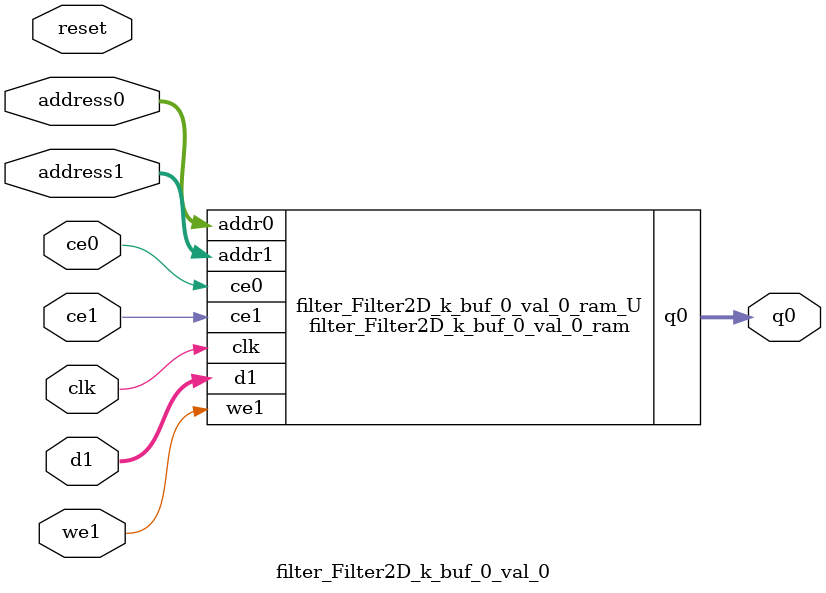
<source format=v>

`timescale 1 ns / 1 ps
module filter_Filter2D_k_buf_0_val_0_ram (addr0, ce0, q0, addr1, ce1, d1, we1,  clk);

parameter DWIDTH = 8;
parameter AWIDTH = 11;
parameter MEM_SIZE = 1920;

input[AWIDTH-1:0] addr0;
input ce0;
output reg[DWIDTH-1:0] q0;
input[AWIDTH-1:0] addr1;
input ce1;
input[DWIDTH-1:0] d1;
input we1;
input clk;

(* ram_style = "block" *)reg [DWIDTH-1:0] ram[MEM_SIZE-1:0];




always @(posedge clk)  
begin 
    if (ce0) 
    begin
            q0 <= ram[addr0];
    end
end


always @(posedge clk)  
begin 
    if (ce1) 
    begin
        if (we1) 
        begin 
            ram[addr1] <= d1; 
        end 
    end
end


endmodule


`timescale 1 ns / 1 ps
module filter_Filter2D_k_buf_0_val_0(
    reset,
    clk,
    address0,
    ce0,
    q0,
    address1,
    ce1,
    we1,
    d1);

parameter DataWidth = 32'd8;
parameter AddressRange = 32'd1920;
parameter AddressWidth = 32'd11;
input reset;
input clk;
input[AddressWidth - 1:0] address0;
input ce0;
output[DataWidth - 1:0] q0;
input[AddressWidth - 1:0] address1;
input ce1;
input we1;
input[DataWidth - 1:0] d1;



filter_Filter2D_k_buf_0_val_0_ram filter_Filter2D_k_buf_0_val_0_ram_U(
    .clk( clk ),
    .addr0( address0 ),
    .ce0( ce0 ),
    .q0( q0 ),
    .addr1( address1 ),
    .ce1( ce1 ),
    .d1( d1 ),
    .we1( we1 ));

endmodule


</source>
